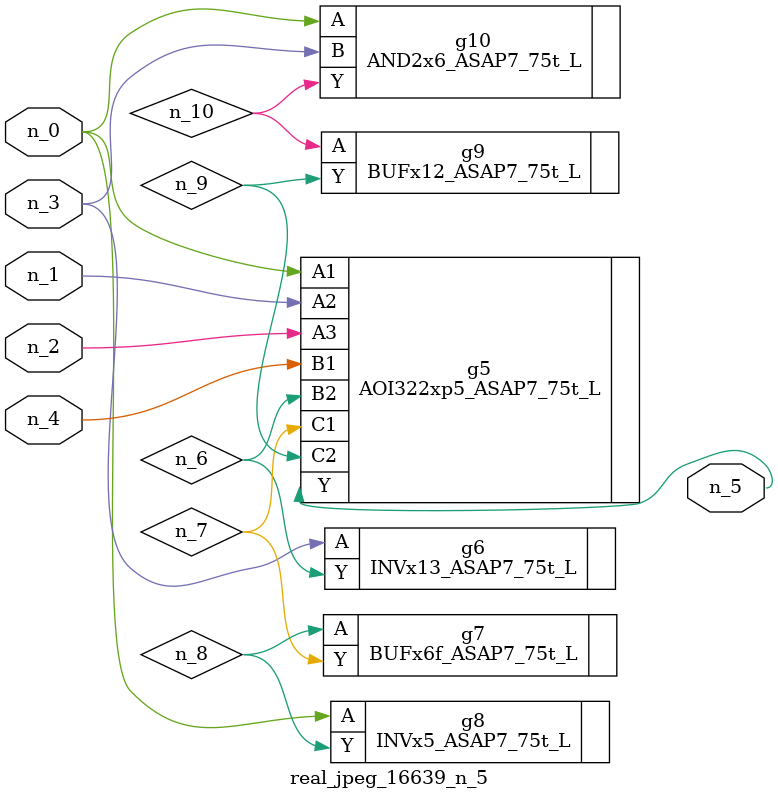
<source format=v>
module real_jpeg_16639_n_5 (n_4, n_0, n_1, n_2, n_3, n_5);

input n_4;
input n_0;
input n_1;
input n_2;
input n_3;

output n_5;

wire n_8;
wire n_6;
wire n_7;
wire n_10;
wire n_9;

AOI322xp5_ASAP7_75t_L g5 ( 
.A1(n_0),
.A2(n_1),
.A3(n_2),
.B1(n_4),
.B2(n_6),
.C1(n_7),
.C2(n_9),
.Y(n_5)
);

INVx5_ASAP7_75t_L g8 ( 
.A(n_0),
.Y(n_8)
);

AND2x6_ASAP7_75t_L g10 ( 
.A(n_0),
.B(n_3),
.Y(n_10)
);

INVx13_ASAP7_75t_L g6 ( 
.A(n_3),
.Y(n_6)
);

BUFx6f_ASAP7_75t_L g7 ( 
.A(n_8),
.Y(n_7)
);

BUFx12_ASAP7_75t_L g9 ( 
.A(n_10),
.Y(n_9)
);


endmodule
</source>
